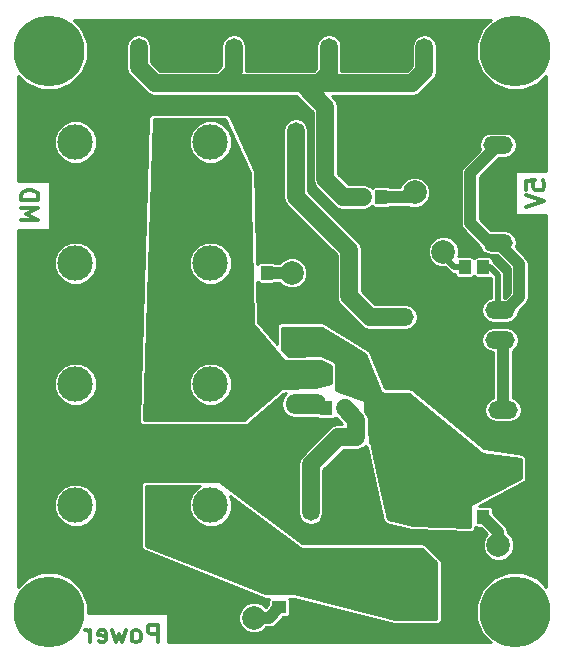
<source format=gbr>
G04 #@! TF.FileFunction,Copper,L2,Bot,Signal*
%FSLAX46Y46*%
G04 Gerber Fmt 4.6, Leading zero omitted, Abs format (unit mm)*
G04 Created by KiCad (PCBNEW 4.0.1-stable) date 2018/09/14 14:22:52*
%MOMM*%
G01*
G04 APERTURE LIST*
%ADD10C,0.100000*%
%ADD11C,0.300000*%
%ADD12O,1.500000X2.500000*%
%ADD13R,2.000000X2.000000*%
%ADD14C,2.000000*%
%ADD15O,2.500000X1.500000*%
%ADD16C,1.524000*%
%ADD17C,3.000000*%
%ADD18O,3.500120X1.699260*%
%ADD19R,1.000000X1.200000*%
%ADD20R,1.200000X1.000000*%
%ADD21O,3.800000X5.500000*%
%ADD22O,3.800000X5.300000*%
%ADD23C,6.000000*%
%ADD24C,1.000000*%
%ADD25C,0.500000*%
%ADD26C,1.500000*%
%ADD27C,0.250000*%
G04 APERTURE END LIST*
D10*
D11*
X162938571Y-87254287D02*
X162938571Y-86540001D01*
X163652857Y-86468572D01*
X163581429Y-86540001D01*
X163510000Y-86682858D01*
X163510000Y-87040001D01*
X163581429Y-87182858D01*
X163652857Y-87254287D01*
X163795714Y-87325715D01*
X164152857Y-87325715D01*
X164295714Y-87254287D01*
X164367143Y-87182858D01*
X164438571Y-87040001D01*
X164438571Y-86682858D01*
X164367143Y-86540001D01*
X164295714Y-86468572D01*
X162938571Y-87754286D02*
X164438571Y-88254286D01*
X162938571Y-88754286D01*
X120121429Y-89850000D02*
X121621429Y-89850000D01*
X120550000Y-89350000D01*
X121621429Y-88850000D01*
X120121429Y-88850000D01*
X120121429Y-88135714D02*
X121621429Y-88135714D01*
X121621429Y-87778571D01*
X121550000Y-87564286D01*
X121407143Y-87421428D01*
X121264286Y-87350000D01*
X120978571Y-87278571D01*
X120764286Y-87278571D01*
X120478571Y-87350000D01*
X120335714Y-87421428D01*
X120192857Y-87564286D01*
X120121429Y-87778571D01*
X120121429Y-88135714D01*
X131714285Y-125578571D02*
X131714285Y-124078571D01*
X131142857Y-124078571D01*
X130999999Y-124150000D01*
X130928571Y-124221429D01*
X130857142Y-124364286D01*
X130857142Y-124578571D01*
X130928571Y-124721429D01*
X130999999Y-124792857D01*
X131142857Y-124864286D01*
X131714285Y-124864286D01*
X129999999Y-125578571D02*
X130142857Y-125507143D01*
X130214285Y-125435714D01*
X130285714Y-125292857D01*
X130285714Y-124864286D01*
X130214285Y-124721429D01*
X130142857Y-124650000D01*
X129999999Y-124578571D01*
X129785714Y-124578571D01*
X129642857Y-124650000D01*
X129571428Y-124721429D01*
X129499999Y-124864286D01*
X129499999Y-125292857D01*
X129571428Y-125435714D01*
X129642857Y-125507143D01*
X129785714Y-125578571D01*
X129999999Y-125578571D01*
X128999999Y-124578571D02*
X128714285Y-125578571D01*
X128428571Y-124864286D01*
X128142856Y-125578571D01*
X127857142Y-124578571D01*
X126714285Y-125507143D02*
X126857142Y-125578571D01*
X127142856Y-125578571D01*
X127285713Y-125507143D01*
X127357142Y-125364286D01*
X127357142Y-124792857D01*
X127285713Y-124650000D01*
X127142856Y-124578571D01*
X126857142Y-124578571D01*
X126714285Y-124650000D01*
X126642856Y-124792857D01*
X126642856Y-124935714D01*
X127357142Y-125078571D01*
X125999999Y-125578571D02*
X125999999Y-124578571D01*
X125999999Y-124864286D02*
X125928571Y-124721429D01*
X125857142Y-124650000D01*
X125714285Y-124578571D01*
X125571428Y-124578571D01*
D12*
X154300000Y-75700000D03*
X151800000Y-75700000D03*
D13*
X137330000Y-123500000D03*
D14*
X139870000Y-123500000D03*
D13*
X163100000Y-117370000D03*
D14*
X160560000Y-117370000D03*
D13*
X145600000Y-94300000D03*
D14*
X143060000Y-94300000D03*
D13*
X156000000Y-87500000D03*
D14*
X153460000Y-87500000D03*
D13*
X153360000Y-92510000D03*
D14*
X155900000Y-92510000D03*
D12*
X144670000Y-114070000D03*
X147170000Y-114070000D03*
D15*
X160930000Y-105890000D03*
X160930000Y-108390000D03*
X160930000Y-110890000D03*
X152146000Y-98044000D03*
X152146000Y-100544000D03*
X152146000Y-103044000D03*
X152146000Y-105544000D03*
D16*
X133000000Y-105000000D03*
X127920000Y-105000000D03*
D17*
X136175000Y-103730000D03*
X124745000Y-103730000D03*
D16*
X133000000Y-115250000D03*
X127920000Y-115250000D03*
D17*
X136175000Y-113980000D03*
X124745000Y-113980000D03*
D15*
X160500000Y-83500000D03*
X160500000Y-81000000D03*
D12*
X146200000Y-75700000D03*
X143700000Y-75700000D03*
D16*
X133000000Y-94750000D03*
X127920000Y-94750000D03*
D17*
X136175000Y-93480000D03*
X124745000Y-93480000D03*
D15*
X160500000Y-91750000D03*
X160500000Y-89250000D03*
D16*
X133000000Y-84500000D03*
X127920000Y-84500000D03*
D17*
X136175000Y-83230000D03*
X124745000Y-83230000D03*
D18*
X144272000Y-102870000D03*
X144272000Y-105410000D03*
X144272000Y-100330000D03*
D19*
X150070000Y-108200000D03*
X148510000Y-108200000D03*
D20*
X142010000Y-121060000D03*
X142010000Y-122620000D03*
D19*
X157720000Y-114950000D03*
X159280000Y-114950000D03*
X139374000Y-94284000D03*
X140934000Y-94284000D03*
X149080000Y-87884000D03*
X150640000Y-87884000D03*
X159280000Y-93840000D03*
X157720000Y-93840000D03*
D21*
X153250000Y-120590000D03*
D22*
X153250000Y-112590000D03*
D15*
X160710000Y-99970000D03*
X160710000Y-97470000D03*
D12*
X138150000Y-75700000D03*
X135650000Y-75700000D03*
X130100000Y-75700000D03*
X127600000Y-75700000D03*
X143400000Y-82800000D03*
X145900000Y-82800000D03*
D19*
X145970000Y-105790000D03*
X147530000Y-105790000D03*
D23*
X162000000Y-123000000D03*
X162000000Y-75500000D03*
X122500000Y-123000000D03*
X122500000Y-75500000D03*
D24*
X147580000Y-113660000D02*
X147170000Y-114070000D01*
X139870000Y-123500000D02*
X141130000Y-123500000D01*
X141130000Y-123500000D02*
X142010000Y-122620000D01*
X160560000Y-117370000D02*
X160560000Y-116230000D01*
X160560000Y-116230000D02*
X159280000Y-114950000D01*
X143060000Y-94300000D02*
X140950000Y-94300000D01*
X140950000Y-94300000D02*
X140934000Y-94284000D01*
X150640000Y-87884000D02*
X153076000Y-87884000D01*
X153076000Y-87884000D02*
X153460000Y-87500000D01*
D25*
X155900000Y-92510000D02*
X155900000Y-92900000D01*
X155900000Y-92900000D02*
X156840000Y-93840000D01*
X156840000Y-93840000D02*
X157720000Y-93840000D01*
D24*
X160930000Y-105890000D02*
X160930000Y-100190000D01*
X160930000Y-100190000D02*
X160710000Y-99970000D01*
D26*
X143400000Y-82800000D02*
X143400000Y-87850000D01*
X149694000Y-98044000D02*
X152146000Y-98044000D01*
X147930000Y-96280000D02*
X149694000Y-98044000D01*
X147930000Y-92380000D02*
X147930000Y-96280000D01*
X143400000Y-87850000D02*
X147930000Y-92380000D01*
X148510000Y-108200000D02*
X148510000Y-106770000D01*
X148510000Y-106770000D02*
X147530000Y-105790000D01*
X144670000Y-114070000D02*
X144670000Y-110530000D01*
X147000000Y-108200000D02*
X148510000Y-108200000D01*
X144670000Y-110530000D02*
X147000000Y-108200000D01*
D25*
X159280000Y-93840000D02*
X159840000Y-93840000D01*
X160500000Y-94500000D02*
X160500000Y-97260000D01*
X159840000Y-93840000D02*
X160500000Y-94500000D01*
X160500000Y-97260000D02*
X160710000Y-97470000D01*
D24*
X160710000Y-97470000D02*
X161190000Y-97470000D01*
X161190000Y-97470000D02*
X162340000Y-96320000D01*
X162340000Y-96320000D02*
X162340000Y-93590000D01*
X162340000Y-93590000D02*
X160500000Y-91750000D01*
X160500000Y-91750000D02*
X159830000Y-91750000D01*
X159830000Y-91750000D02*
X158190000Y-90110000D01*
X158190000Y-85810000D02*
X160500000Y-83500000D01*
X158190000Y-90110000D02*
X158190000Y-85810000D01*
D26*
X145900000Y-82800000D02*
X145900000Y-86360000D01*
X147424000Y-87884000D02*
X149080000Y-87884000D01*
X145900000Y-86360000D02*
X147424000Y-87884000D01*
X145380000Y-78250000D02*
X153260000Y-78250000D01*
X154300000Y-77210000D02*
X154300000Y-75700000D01*
X153260000Y-78250000D02*
X154300000Y-77210000D01*
X143900000Y-78250000D02*
X145380000Y-78250000D01*
X146200000Y-77430000D02*
X146200000Y-75700000D01*
X145380000Y-78250000D02*
X146200000Y-77430000D01*
X145900000Y-82800000D02*
X145900000Y-80250000D01*
X143900000Y-78250000D02*
X137120000Y-78250000D01*
X145900000Y-80250000D02*
X143900000Y-78250000D01*
X138150000Y-75700000D02*
X138150000Y-77220000D01*
X131470000Y-78250000D02*
X130100000Y-76880000D01*
X137120000Y-78250000D02*
X131470000Y-78250000D01*
X138150000Y-77220000D02*
X137120000Y-78250000D01*
X130100000Y-76880000D02*
X130100000Y-75700000D01*
D24*
X145970000Y-105790000D02*
X144652000Y-105790000D01*
X144652000Y-105790000D02*
X144272000Y-105410000D01*
D27*
G36*
X139535229Y-85857664D02*
X139555004Y-88191059D01*
X139555021Y-88192288D01*
X139745021Y-98572288D01*
X139755758Y-98620731D01*
X139774941Y-98651171D01*
X142404941Y-101731171D01*
X142444010Y-101761759D01*
X142501229Y-101774994D01*
X145521359Y-101745288D01*
X146355475Y-102157862D01*
X146364405Y-103613524D01*
X145011401Y-103965676D01*
X142194704Y-104085112D01*
X142146533Y-104097012D01*
X142119123Y-104114691D01*
X138984112Y-106775000D01*
X130578949Y-106775000D01*
X130662419Y-104091422D01*
X134349684Y-104091422D01*
X134626938Y-104762429D01*
X135139871Y-105276258D01*
X135810392Y-105554683D01*
X136536422Y-105555316D01*
X137207429Y-105278062D01*
X137721258Y-104765129D01*
X137999683Y-104094608D01*
X138000316Y-103368578D01*
X137723062Y-102697571D01*
X137210129Y-102183742D01*
X136539608Y-101905317D01*
X135813578Y-101904684D01*
X135142571Y-102181938D01*
X134628742Y-102694871D01*
X134350317Y-103365392D01*
X134349684Y-104091422D01*
X130662419Y-104091422D01*
X130981237Y-93841422D01*
X134349684Y-93841422D01*
X134626938Y-94512429D01*
X135139871Y-95026258D01*
X135810392Y-95304683D01*
X136536422Y-95305316D01*
X137207429Y-95028062D01*
X137721258Y-94515129D01*
X137999683Y-93844608D01*
X138000316Y-93118578D01*
X137723062Y-92447571D01*
X137210129Y-91933742D01*
X136539608Y-91655317D01*
X135813578Y-91654684D01*
X135142571Y-91931938D01*
X134628742Y-92444871D01*
X134350317Y-93115392D01*
X134349684Y-93841422D01*
X130981237Y-93841422D01*
X131300055Y-83591422D01*
X134349684Y-83591422D01*
X134626938Y-84262429D01*
X135139871Y-84776258D01*
X135810392Y-85054683D01*
X136536422Y-85055316D01*
X137207429Y-84778062D01*
X137721258Y-84265129D01*
X137999683Y-83594608D01*
X138000316Y-82868578D01*
X137723062Y-82197571D01*
X137210129Y-81683742D01*
X136539608Y-81405317D01*
X135813578Y-81404684D01*
X135142571Y-81681938D01*
X134628742Y-82194871D01*
X134350317Y-82865392D01*
X134349684Y-83591422D01*
X131300055Y-83591422D01*
X131371185Y-81304614D01*
X137449742Y-81285256D01*
X139535229Y-85857664D01*
X139535229Y-85857664D01*
G37*
X139535229Y-85857664D02*
X139555004Y-88191059D01*
X139555021Y-88192288D01*
X139745021Y-98572288D01*
X139755758Y-98620731D01*
X139774941Y-98651171D01*
X142404941Y-101731171D01*
X142444010Y-101761759D01*
X142501229Y-101774994D01*
X145521359Y-101745288D01*
X146355475Y-102157862D01*
X146364405Y-103613524D01*
X145011401Y-103965676D01*
X142194704Y-104085112D01*
X142146533Y-104097012D01*
X142119123Y-104114691D01*
X138984112Y-106775000D01*
X130578949Y-106775000D01*
X130662419Y-104091422D01*
X134349684Y-104091422D01*
X134626938Y-104762429D01*
X135139871Y-105276258D01*
X135810392Y-105554683D01*
X136536422Y-105555316D01*
X137207429Y-105278062D01*
X137721258Y-104765129D01*
X137999683Y-104094608D01*
X138000316Y-103368578D01*
X137723062Y-102697571D01*
X137210129Y-102183742D01*
X136539608Y-101905317D01*
X135813578Y-101904684D01*
X135142571Y-102181938D01*
X134628742Y-102694871D01*
X134350317Y-103365392D01*
X134349684Y-104091422D01*
X130662419Y-104091422D01*
X130981237Y-93841422D01*
X134349684Y-93841422D01*
X134626938Y-94512429D01*
X135139871Y-95026258D01*
X135810392Y-95304683D01*
X136536422Y-95305316D01*
X137207429Y-95028062D01*
X137721258Y-94515129D01*
X137999683Y-93844608D01*
X138000316Y-93118578D01*
X137723062Y-92447571D01*
X137210129Y-91933742D01*
X136539608Y-91655317D01*
X135813578Y-91654684D01*
X135142571Y-91931938D01*
X134628742Y-92444871D01*
X134350317Y-93115392D01*
X134349684Y-93841422D01*
X130981237Y-93841422D01*
X131300055Y-83591422D01*
X134349684Y-83591422D01*
X134626938Y-84262429D01*
X135139871Y-84776258D01*
X135810392Y-85054683D01*
X136536422Y-85055316D01*
X137207429Y-84778062D01*
X137721258Y-84265129D01*
X137999683Y-83594608D01*
X138000316Y-82868578D01*
X137723062Y-82197571D01*
X137210129Y-81683742D01*
X136539608Y-81405317D01*
X135813578Y-81404684D01*
X135142571Y-81681938D01*
X134628742Y-82194871D01*
X134350317Y-82865392D01*
X134349684Y-83591422D01*
X131300055Y-83591422D01*
X131371185Y-81304614D01*
X137449742Y-81285256D01*
X139535229Y-85857664D01*
G36*
X159182845Y-73614079D02*
X158675578Y-74835715D01*
X158674424Y-76158482D01*
X159179558Y-77381001D01*
X160114079Y-78317155D01*
X161335715Y-78824422D01*
X162658482Y-78825576D01*
X163881001Y-78320442D01*
X164600000Y-77602697D01*
X164600000Y-85707857D01*
X161935000Y-85707857D01*
X161935000Y-89372142D01*
X164600000Y-89372142D01*
X164600000Y-120898172D01*
X163885921Y-120182845D01*
X162664285Y-119675578D01*
X161341518Y-119674424D01*
X160118999Y-120179558D01*
X159182845Y-121114079D01*
X158675578Y-122335715D01*
X158674424Y-123658482D01*
X159179558Y-124881001D01*
X159897303Y-125600000D01*
X132546429Y-125600000D01*
X132546429Y-123075000D01*
X125824936Y-123075000D01*
X125825576Y-122341518D01*
X125320442Y-121118999D01*
X124385921Y-120182845D01*
X123164285Y-119675578D01*
X121841518Y-119674424D01*
X120618999Y-120179558D01*
X119900000Y-120897303D01*
X119900000Y-114341422D01*
X122919684Y-114341422D01*
X123196938Y-115012429D01*
X123709871Y-115526258D01*
X124380392Y-115804683D01*
X125106422Y-115805316D01*
X125777429Y-115528062D01*
X126291258Y-115015129D01*
X126569683Y-114344608D01*
X126570316Y-113618578D01*
X126293062Y-112947571D01*
X125780129Y-112433742D01*
X125289465Y-112230000D01*
X130295000Y-112230000D01*
X130295000Y-117490000D01*
X130319348Y-117613425D01*
X130391055Y-117720671D01*
X130498836Y-117791570D01*
X140628836Y-121861570D01*
X140748705Y-121884997D01*
X141176060Y-121886700D01*
X141104740Y-121991080D01*
X141078633Y-122120000D01*
X141078633Y-122384641D01*
X140853513Y-122609761D01*
X140621532Y-122377375D01*
X140134715Y-122175231D01*
X139607598Y-122174771D01*
X139120428Y-122376065D01*
X138747375Y-122748468D01*
X138545231Y-123235285D01*
X138544771Y-123762402D01*
X138746065Y-124249572D01*
X139118468Y-124622625D01*
X139605285Y-124824769D01*
X140132402Y-124825229D01*
X140619572Y-124623935D01*
X140919029Y-124325000D01*
X141130000Y-124325000D01*
X141445714Y-124262201D01*
X141713363Y-124083363D01*
X142345359Y-123451367D01*
X142610000Y-123451367D01*
X142730438Y-123428705D01*
X142841053Y-123357526D01*
X142915260Y-123248920D01*
X142941367Y-123120000D01*
X142941367Y-122120000D01*
X142918705Y-121999562D01*
X142850372Y-121893370D01*
X143218669Y-121894837D01*
X151709873Y-124054968D01*
X151789107Y-124064999D01*
X155429107Y-124074999D01*
X155548124Y-124052774D01*
X155656613Y-123982963D01*
X155729395Y-123876443D01*
X155755000Y-123750000D01*
X155755000Y-118750000D01*
X155726069Y-118615954D01*
X155650591Y-118511328D01*
X154330591Y-117291328D01*
X154236151Y-117230482D01*
X154109683Y-117205000D01*
X143967342Y-117214895D01*
X136903772Y-111969083D01*
X136836443Y-111930605D01*
X136710000Y-111905000D01*
X130620000Y-111905000D01*
X130501876Y-111927226D01*
X130393387Y-111997037D01*
X130320605Y-112103557D01*
X130295000Y-112230000D01*
X125289465Y-112230000D01*
X125109608Y-112155317D01*
X124383578Y-112154684D01*
X123712571Y-112431938D01*
X123198742Y-112944871D01*
X122920317Y-113615392D01*
X122919684Y-114341422D01*
X119900000Y-114341422D01*
X119900000Y-106889896D01*
X130125157Y-106889896D01*
X130147226Y-107018124D01*
X130217037Y-107126613D01*
X130323557Y-107199395D01*
X130450000Y-107225000D01*
X139030000Y-107225000D01*
X139127305Y-107210092D01*
X139240281Y-107147804D01*
X142325224Y-104529982D01*
X142591182Y-104518705D01*
X142500328Y-104579411D01*
X142245700Y-104960489D01*
X142156287Y-105410000D01*
X142245700Y-105859511D01*
X142500328Y-106240589D01*
X142881406Y-106495217D01*
X143330917Y-106584630D01*
X144499319Y-106584630D01*
X144652000Y-106615000D01*
X145228579Y-106615000D01*
X145232474Y-106621053D01*
X145341080Y-106695260D01*
X145470000Y-106721367D01*
X146470000Y-106721367D01*
X146590438Y-106698705D01*
X146701053Y-106627526D01*
X146750279Y-106555481D01*
X146792474Y-106621053D01*
X146901080Y-106695260D01*
X146918510Y-106698790D01*
X147344720Y-107125000D01*
X147000005Y-107125000D01*
X147000000Y-107124999D01*
X146588616Y-107206829D01*
X146239860Y-107439860D01*
X143909860Y-109769860D01*
X143676830Y-110118615D01*
X143595000Y-110530000D01*
X143595000Y-114600856D01*
X143676830Y-115012241D01*
X143909860Y-115360996D01*
X144258615Y-115594026D01*
X144670000Y-115675856D01*
X145081385Y-115594026D01*
X145430140Y-115360996D01*
X145663170Y-115012241D01*
X145745000Y-114600856D01*
X145745000Y-110975280D01*
X147445280Y-109275000D01*
X148510000Y-109275000D01*
X148921385Y-109193170D01*
X149015401Y-109130351D01*
X149130438Y-109108705D01*
X149241053Y-109037526D01*
X149290279Y-108965481D01*
X149332474Y-109031053D01*
X149406921Y-109081920D01*
X150812999Y-115301663D01*
X150851711Y-115397870D01*
X150938947Y-115492914D01*
X151056287Y-115546530D01*
X153246287Y-116056530D01*
X153305541Y-116064678D01*
X158245541Y-116284678D01*
X158378124Y-116262774D01*
X158486613Y-116192963D01*
X158559395Y-116086443D01*
X158585000Y-115960000D01*
X158585000Y-115810110D01*
X158651080Y-115855260D01*
X158780000Y-115881367D01*
X159044641Y-115881367D01*
X159609709Y-116446435D01*
X159437375Y-116618468D01*
X159235231Y-117105285D01*
X159234771Y-117632402D01*
X159436065Y-118119572D01*
X159808468Y-118492625D01*
X160295285Y-118694769D01*
X160822402Y-118695229D01*
X161309572Y-118493935D01*
X161682625Y-118121532D01*
X161884769Y-117634715D01*
X161885229Y-117107598D01*
X161683935Y-116620428D01*
X161385000Y-116320971D01*
X161385000Y-116230000D01*
X161322201Y-115914286D01*
X161143363Y-115646637D01*
X160111367Y-114614641D01*
X160111367Y-114350000D01*
X160088705Y-114229562D01*
X160017526Y-114118947D01*
X159908920Y-114044740D01*
X159780000Y-114018633D01*
X158876357Y-114018633D01*
X162708562Y-112049058D01*
X162786613Y-111992963D01*
X162859395Y-111886443D01*
X162885000Y-111760000D01*
X162885000Y-109982000D01*
X162876811Y-109909502D01*
X162823645Y-109791957D01*
X162728936Y-109704357D01*
X162607608Y-109660506D01*
X159307726Y-109171851D01*
X153267778Y-104150094D01*
X153186443Y-104100605D01*
X153060000Y-104075000D01*
X150985600Y-104075000D01*
X149689428Y-101003636D01*
X149655133Y-100942038D01*
X149561116Y-100853695D01*
X148134198Y-99970000D01*
X159104144Y-99970000D01*
X159185974Y-100381385D01*
X159419004Y-100730140D01*
X159767759Y-100963170D01*
X160105000Y-101030252D01*
X160105000Y-104873509D01*
X159987759Y-104896830D01*
X159639004Y-105129860D01*
X159405974Y-105478615D01*
X159324144Y-105890000D01*
X159405974Y-106301385D01*
X159639004Y-106650140D01*
X159987759Y-106883170D01*
X160399144Y-106965000D01*
X161460856Y-106965000D01*
X161872241Y-106883170D01*
X162220996Y-106650140D01*
X162454026Y-106301385D01*
X162535856Y-105890000D01*
X162454026Y-105478615D01*
X162220996Y-105129860D01*
X161872241Y-104896830D01*
X161755000Y-104873509D01*
X161755000Y-100894509D01*
X162000996Y-100730140D01*
X162234026Y-100381385D01*
X162315856Y-99970000D01*
X162234026Y-99558615D01*
X162000996Y-99209860D01*
X161652241Y-98976830D01*
X161240856Y-98895000D01*
X160179144Y-98895000D01*
X159767759Y-98976830D01*
X159419004Y-99209860D01*
X159185974Y-99558615D01*
X159104144Y-99970000D01*
X148134198Y-99970000D01*
X145831116Y-98543695D01*
X145660000Y-98495000D01*
X142140000Y-98495000D01*
X142021876Y-98517226D01*
X141913387Y-98587037D01*
X141840605Y-98693557D01*
X141815000Y-98820000D01*
X141815000Y-100347308D01*
X140192814Y-98447561D01*
X140131231Y-95083212D01*
X140154279Y-95049481D01*
X140196474Y-95115053D01*
X140305080Y-95189260D01*
X140434000Y-95215367D01*
X141434000Y-95215367D01*
X141554438Y-95192705D01*
X141659654Y-95125000D01*
X142011362Y-95125000D01*
X142308468Y-95422625D01*
X142795285Y-95624769D01*
X143322402Y-95625229D01*
X143809572Y-95423935D01*
X144182625Y-95051532D01*
X144384769Y-94564715D01*
X144385229Y-94037598D01*
X144183935Y-93550428D01*
X143811532Y-93177375D01*
X143324715Y-92975231D01*
X142797598Y-92974771D01*
X142310428Y-93176065D01*
X142010971Y-93475000D01*
X141685717Y-93475000D01*
X141671526Y-93452947D01*
X141562920Y-93378740D01*
X141434000Y-93352633D01*
X140434000Y-93352633D01*
X140313562Y-93375295D01*
X140202947Y-93446474D01*
X140153721Y-93518519D01*
X140111526Y-93452947D01*
X140101262Y-93445934D01*
X140004974Y-88185571D01*
X139984988Y-85827246D01*
X139955695Y-85695133D01*
X138393092Y-82269144D01*
X142325000Y-82269144D01*
X142325000Y-87850000D01*
X142406830Y-88261385D01*
X142544460Y-88467363D01*
X142639860Y-88610140D01*
X146855000Y-92825279D01*
X146855000Y-96280000D01*
X146936830Y-96691385D01*
X147045094Y-96853414D01*
X147169860Y-97040140D01*
X148933860Y-98804140D01*
X149282616Y-99037171D01*
X149694000Y-99119000D01*
X152676856Y-99119000D01*
X153088241Y-99037170D01*
X153436996Y-98804140D01*
X153670026Y-98455385D01*
X153751856Y-98044000D01*
X153670026Y-97632615D01*
X153436996Y-97283860D01*
X153088241Y-97050830D01*
X152676856Y-96969000D01*
X150139280Y-96969000D01*
X149005000Y-95834720D01*
X149005000Y-92772402D01*
X154574771Y-92772402D01*
X154776065Y-93259572D01*
X155148468Y-93632625D01*
X155635285Y-93834769D01*
X156021934Y-93835106D01*
X156433414Y-94246587D01*
X156619957Y-94371231D01*
X156840000Y-94415000D01*
X156888633Y-94415000D01*
X156888633Y-94440000D01*
X156911295Y-94560438D01*
X156982474Y-94671053D01*
X157091080Y-94745260D01*
X157220000Y-94771367D01*
X158220000Y-94771367D01*
X158340438Y-94748705D01*
X158451053Y-94677526D01*
X158500279Y-94605481D01*
X158542474Y-94671053D01*
X158651080Y-94745260D01*
X158780000Y-94771367D01*
X159780000Y-94771367D01*
X159900438Y-94748705D01*
X159921792Y-94734964D01*
X159925000Y-94738172D01*
X159925000Y-96445553D01*
X159767759Y-96476830D01*
X159419004Y-96709860D01*
X159185974Y-97058615D01*
X159104144Y-97470000D01*
X159185974Y-97881385D01*
X159419004Y-98230140D01*
X159767759Y-98463170D01*
X160179144Y-98545000D01*
X161240856Y-98545000D01*
X161652241Y-98463170D01*
X162000996Y-98230140D01*
X162234026Y-97881385D01*
X162305708Y-97521018D01*
X162923363Y-96903363D01*
X163102201Y-96635714D01*
X163165000Y-96320000D01*
X163165000Y-93590000D01*
X163102201Y-93274286D01*
X162923363Y-93006637D01*
X162032999Y-92116273D01*
X162105856Y-91750000D01*
X162024026Y-91338615D01*
X161790996Y-90989860D01*
X161442241Y-90756830D01*
X161030856Y-90675000D01*
X159969144Y-90675000D01*
X159929593Y-90682867D01*
X159015000Y-89768274D01*
X159015000Y-86151726D01*
X160591726Y-84575000D01*
X161030856Y-84575000D01*
X161442241Y-84493170D01*
X161790996Y-84260140D01*
X162024026Y-83911385D01*
X162105856Y-83500000D01*
X162024026Y-83088615D01*
X161790996Y-82739860D01*
X161442241Y-82506830D01*
X161030856Y-82425000D01*
X159969144Y-82425000D01*
X159557759Y-82506830D01*
X159209004Y-82739860D01*
X158975974Y-83088615D01*
X158894144Y-83500000D01*
X158967001Y-83866273D01*
X157606637Y-85226637D01*
X157427799Y-85494286D01*
X157365000Y-85810000D01*
X157365000Y-90110000D01*
X157427799Y-90425714D01*
X157606637Y-90693363D01*
X158951470Y-92038196D01*
X158975974Y-92161385D01*
X159209004Y-92510140D01*
X159557759Y-92743170D01*
X159969144Y-92825000D01*
X160408274Y-92825000D01*
X161515000Y-93931726D01*
X161515000Y-95978274D01*
X161098274Y-96395000D01*
X161075000Y-96395000D01*
X161075000Y-94500000D01*
X161031231Y-94279957D01*
X160906586Y-94093414D01*
X160246586Y-93433414D01*
X160111367Y-93343063D01*
X160111367Y-93240000D01*
X160088705Y-93119562D01*
X160017526Y-93008947D01*
X159908920Y-92934740D01*
X159780000Y-92908633D01*
X158780000Y-92908633D01*
X158659562Y-92931295D01*
X158548947Y-93002474D01*
X158499721Y-93074519D01*
X158457526Y-93008947D01*
X158348920Y-92934740D01*
X158220000Y-92908633D01*
X157220000Y-92908633D01*
X157164853Y-92919010D01*
X157224769Y-92774715D01*
X157225229Y-92247598D01*
X157023935Y-91760428D01*
X156651532Y-91387375D01*
X156164715Y-91185231D01*
X155637598Y-91184771D01*
X155150428Y-91386065D01*
X154777375Y-91758468D01*
X154575231Y-92245285D01*
X154574771Y-92772402D01*
X149005000Y-92772402D01*
X149005000Y-92380000D01*
X148923170Y-91968615D01*
X148690140Y-91619860D01*
X148690137Y-91619858D01*
X144475000Y-87404720D01*
X144475000Y-82269144D01*
X144393170Y-81857759D01*
X144160140Y-81509004D01*
X143811385Y-81275974D01*
X143400000Y-81194144D01*
X142988615Y-81275974D01*
X142639860Y-81509004D01*
X142406830Y-81857759D01*
X142325000Y-82269144D01*
X138393092Y-82269144D01*
X137825695Y-81025133D01*
X137762240Y-80932646D01*
X137655489Y-80860204D01*
X137528965Y-80835002D01*
X131248965Y-80855002D01*
X131141346Y-80873700D01*
X131030739Y-80940105D01*
X130954681Y-81044310D01*
X130925157Y-81169896D01*
X130125157Y-106889896D01*
X119900000Y-106889896D01*
X119900000Y-104091422D01*
X122919684Y-104091422D01*
X123196938Y-104762429D01*
X123709871Y-105276258D01*
X124380392Y-105554683D01*
X125106422Y-105555316D01*
X125777429Y-105278062D01*
X126291258Y-104765129D01*
X126569683Y-104094608D01*
X126570316Y-103368578D01*
X126293062Y-102697571D01*
X125780129Y-102183742D01*
X125109608Y-101905317D01*
X124383578Y-101904684D01*
X123712571Y-102181938D01*
X123198742Y-102694871D01*
X122920317Y-103365392D01*
X122919684Y-104091422D01*
X119900000Y-104091422D01*
X119900000Y-93841422D01*
X122919684Y-93841422D01*
X123196938Y-94512429D01*
X123709871Y-95026258D01*
X124380392Y-95304683D01*
X125106422Y-95305316D01*
X125777429Y-95028062D01*
X126291258Y-94515129D01*
X126569683Y-93844608D01*
X126570316Y-93118578D01*
X126293062Y-92447571D01*
X125780129Y-91933742D01*
X125109608Y-91655317D01*
X124383578Y-91654684D01*
X123712571Y-91931938D01*
X123198742Y-92444871D01*
X122920317Y-93115392D01*
X122919684Y-93841422D01*
X119900000Y-93841422D01*
X119900000Y-90682143D01*
X122625000Y-90682143D01*
X122625000Y-86517857D01*
X119900000Y-86517857D01*
X119900000Y-83591422D01*
X122919684Y-83591422D01*
X123196938Y-84262429D01*
X123709871Y-84776258D01*
X124380392Y-85054683D01*
X125106422Y-85055316D01*
X125777429Y-84778062D01*
X126291258Y-84265129D01*
X126569683Y-83594608D01*
X126570316Y-82868578D01*
X126293062Y-82197571D01*
X125780129Y-81683742D01*
X125109608Y-81405317D01*
X124383578Y-81404684D01*
X123712571Y-81681938D01*
X123198742Y-82194871D01*
X122920317Y-82865392D01*
X122919684Y-83591422D01*
X119900000Y-83591422D01*
X119900000Y-77601828D01*
X120614079Y-78317155D01*
X121835715Y-78824422D01*
X123158482Y-78825576D01*
X124381001Y-78320442D01*
X125317155Y-77385921D01*
X125824422Y-76164285D01*
X125825290Y-75169144D01*
X129025000Y-75169144D01*
X129025000Y-76880000D01*
X129106830Y-77291385D01*
X129239447Y-77489861D01*
X129339860Y-77640140D01*
X130709858Y-79010137D01*
X130709860Y-79010140D01*
X130942891Y-79165846D01*
X131058616Y-79243171D01*
X131470000Y-79325001D01*
X131470005Y-79325000D01*
X143454720Y-79325000D01*
X144825000Y-80695280D01*
X144825000Y-86360000D01*
X144906830Y-86771385D01*
X145003884Y-86916637D01*
X145139860Y-87120140D01*
X146663858Y-88644137D01*
X146663860Y-88644140D01*
X147012615Y-88877170D01*
X147424000Y-88959000D01*
X149080000Y-88959000D01*
X149491385Y-88877170D01*
X149585401Y-88814351D01*
X149700438Y-88792705D01*
X149811053Y-88721526D01*
X149860279Y-88649481D01*
X149902474Y-88715053D01*
X150011080Y-88789260D01*
X150140000Y-88815367D01*
X151140000Y-88815367D01*
X151260438Y-88792705D01*
X151371053Y-88721526D01*
X151379612Y-88709000D01*
X152916482Y-88709000D01*
X153195285Y-88824769D01*
X153722402Y-88825229D01*
X154209572Y-88623935D01*
X154582625Y-88251532D01*
X154784769Y-87764715D01*
X154785229Y-87237598D01*
X154583935Y-86750428D01*
X154211532Y-86377375D01*
X153724715Y-86175231D01*
X153197598Y-86174771D01*
X152710428Y-86376065D01*
X152337375Y-86748468D01*
X152208431Y-87059000D01*
X151381421Y-87059000D01*
X151377526Y-87052947D01*
X151268920Y-86978740D01*
X151140000Y-86952633D01*
X150140000Y-86952633D01*
X150019562Y-86975295D01*
X149908947Y-87046474D01*
X149859721Y-87118519D01*
X149817526Y-87052947D01*
X149708920Y-86978740D01*
X149585567Y-86953760D01*
X149491385Y-86890830D01*
X149080000Y-86809000D01*
X147869279Y-86809000D01*
X146975000Y-85914720D01*
X146975000Y-80250000D01*
X146893170Y-79838615D01*
X146660140Y-79489860D01*
X146495280Y-79325000D01*
X153260000Y-79325000D01*
X153671385Y-79243170D01*
X154020140Y-79010140D01*
X155060140Y-77970140D01*
X155286488Y-77631385D01*
X155293170Y-77621385D01*
X155375000Y-77210000D01*
X155375000Y-75169144D01*
X155293170Y-74757759D01*
X155060140Y-74409004D01*
X154711385Y-74175974D01*
X154300000Y-74094144D01*
X153888615Y-74175974D01*
X153539860Y-74409004D01*
X153306830Y-74757759D01*
X153225000Y-75169144D01*
X153225000Y-76764720D01*
X152814720Y-77175000D01*
X147275000Y-77175000D01*
X147275000Y-75169144D01*
X147193170Y-74757759D01*
X146960140Y-74409004D01*
X146611385Y-74175974D01*
X146200000Y-74094144D01*
X145788615Y-74175974D01*
X145439860Y-74409004D01*
X145206830Y-74757759D01*
X145125000Y-75169144D01*
X145125000Y-76984720D01*
X144934720Y-77175000D01*
X139225000Y-77175000D01*
X139225000Y-75169144D01*
X139143170Y-74757759D01*
X138910140Y-74409004D01*
X138561385Y-74175974D01*
X138150000Y-74094144D01*
X137738615Y-74175974D01*
X137389860Y-74409004D01*
X137156830Y-74757759D01*
X137075000Y-75169144D01*
X137075000Y-76774720D01*
X136674720Y-77175000D01*
X131915279Y-77175000D01*
X131175000Y-76434720D01*
X131175000Y-75169144D01*
X131093170Y-74757759D01*
X130860140Y-74409004D01*
X130511385Y-74175974D01*
X130100000Y-74094144D01*
X129688615Y-74175974D01*
X129339860Y-74409004D01*
X129106830Y-74757759D01*
X129025000Y-75169144D01*
X125825290Y-75169144D01*
X125825576Y-74841518D01*
X125320442Y-73618999D01*
X124602697Y-72900000D01*
X159898172Y-72900000D01*
X159182845Y-73614079D01*
X159182845Y-73614079D01*
G37*
X159182845Y-73614079D02*
X158675578Y-74835715D01*
X158674424Y-76158482D01*
X159179558Y-77381001D01*
X160114079Y-78317155D01*
X161335715Y-78824422D01*
X162658482Y-78825576D01*
X163881001Y-78320442D01*
X164600000Y-77602697D01*
X164600000Y-85707857D01*
X161935000Y-85707857D01*
X161935000Y-89372142D01*
X164600000Y-89372142D01*
X164600000Y-120898172D01*
X163885921Y-120182845D01*
X162664285Y-119675578D01*
X161341518Y-119674424D01*
X160118999Y-120179558D01*
X159182845Y-121114079D01*
X158675578Y-122335715D01*
X158674424Y-123658482D01*
X159179558Y-124881001D01*
X159897303Y-125600000D01*
X132546429Y-125600000D01*
X132546429Y-123075000D01*
X125824936Y-123075000D01*
X125825576Y-122341518D01*
X125320442Y-121118999D01*
X124385921Y-120182845D01*
X123164285Y-119675578D01*
X121841518Y-119674424D01*
X120618999Y-120179558D01*
X119900000Y-120897303D01*
X119900000Y-114341422D01*
X122919684Y-114341422D01*
X123196938Y-115012429D01*
X123709871Y-115526258D01*
X124380392Y-115804683D01*
X125106422Y-115805316D01*
X125777429Y-115528062D01*
X126291258Y-115015129D01*
X126569683Y-114344608D01*
X126570316Y-113618578D01*
X126293062Y-112947571D01*
X125780129Y-112433742D01*
X125289465Y-112230000D01*
X130295000Y-112230000D01*
X130295000Y-117490000D01*
X130319348Y-117613425D01*
X130391055Y-117720671D01*
X130498836Y-117791570D01*
X140628836Y-121861570D01*
X140748705Y-121884997D01*
X141176060Y-121886700D01*
X141104740Y-121991080D01*
X141078633Y-122120000D01*
X141078633Y-122384641D01*
X140853513Y-122609761D01*
X140621532Y-122377375D01*
X140134715Y-122175231D01*
X139607598Y-122174771D01*
X139120428Y-122376065D01*
X138747375Y-122748468D01*
X138545231Y-123235285D01*
X138544771Y-123762402D01*
X138746065Y-124249572D01*
X139118468Y-124622625D01*
X139605285Y-124824769D01*
X140132402Y-124825229D01*
X140619572Y-124623935D01*
X140919029Y-124325000D01*
X141130000Y-124325000D01*
X141445714Y-124262201D01*
X141713363Y-124083363D01*
X142345359Y-123451367D01*
X142610000Y-123451367D01*
X142730438Y-123428705D01*
X142841053Y-123357526D01*
X142915260Y-123248920D01*
X142941367Y-123120000D01*
X142941367Y-122120000D01*
X142918705Y-121999562D01*
X142850372Y-121893370D01*
X143218669Y-121894837D01*
X151709873Y-124054968D01*
X151789107Y-124064999D01*
X155429107Y-124074999D01*
X155548124Y-124052774D01*
X155656613Y-123982963D01*
X155729395Y-123876443D01*
X155755000Y-123750000D01*
X155755000Y-118750000D01*
X155726069Y-118615954D01*
X155650591Y-118511328D01*
X154330591Y-117291328D01*
X154236151Y-117230482D01*
X154109683Y-117205000D01*
X143967342Y-117214895D01*
X136903772Y-111969083D01*
X136836443Y-111930605D01*
X136710000Y-111905000D01*
X130620000Y-111905000D01*
X130501876Y-111927226D01*
X130393387Y-111997037D01*
X130320605Y-112103557D01*
X130295000Y-112230000D01*
X125289465Y-112230000D01*
X125109608Y-112155317D01*
X124383578Y-112154684D01*
X123712571Y-112431938D01*
X123198742Y-112944871D01*
X122920317Y-113615392D01*
X122919684Y-114341422D01*
X119900000Y-114341422D01*
X119900000Y-106889896D01*
X130125157Y-106889896D01*
X130147226Y-107018124D01*
X130217037Y-107126613D01*
X130323557Y-107199395D01*
X130450000Y-107225000D01*
X139030000Y-107225000D01*
X139127305Y-107210092D01*
X139240281Y-107147804D01*
X142325224Y-104529982D01*
X142591182Y-104518705D01*
X142500328Y-104579411D01*
X142245700Y-104960489D01*
X142156287Y-105410000D01*
X142245700Y-105859511D01*
X142500328Y-106240589D01*
X142881406Y-106495217D01*
X143330917Y-106584630D01*
X144499319Y-106584630D01*
X144652000Y-106615000D01*
X145228579Y-106615000D01*
X145232474Y-106621053D01*
X145341080Y-106695260D01*
X145470000Y-106721367D01*
X146470000Y-106721367D01*
X146590438Y-106698705D01*
X146701053Y-106627526D01*
X146750279Y-106555481D01*
X146792474Y-106621053D01*
X146901080Y-106695260D01*
X146918510Y-106698790D01*
X147344720Y-107125000D01*
X147000005Y-107125000D01*
X147000000Y-107124999D01*
X146588616Y-107206829D01*
X146239860Y-107439860D01*
X143909860Y-109769860D01*
X143676830Y-110118615D01*
X143595000Y-110530000D01*
X143595000Y-114600856D01*
X143676830Y-115012241D01*
X143909860Y-115360996D01*
X144258615Y-115594026D01*
X144670000Y-115675856D01*
X145081385Y-115594026D01*
X145430140Y-115360996D01*
X145663170Y-115012241D01*
X145745000Y-114600856D01*
X145745000Y-110975280D01*
X147445280Y-109275000D01*
X148510000Y-109275000D01*
X148921385Y-109193170D01*
X149015401Y-109130351D01*
X149130438Y-109108705D01*
X149241053Y-109037526D01*
X149290279Y-108965481D01*
X149332474Y-109031053D01*
X149406921Y-109081920D01*
X150812999Y-115301663D01*
X150851711Y-115397870D01*
X150938947Y-115492914D01*
X151056287Y-115546530D01*
X153246287Y-116056530D01*
X153305541Y-116064678D01*
X158245541Y-116284678D01*
X158378124Y-116262774D01*
X158486613Y-116192963D01*
X158559395Y-116086443D01*
X158585000Y-115960000D01*
X158585000Y-115810110D01*
X158651080Y-115855260D01*
X158780000Y-115881367D01*
X159044641Y-115881367D01*
X159609709Y-116446435D01*
X159437375Y-116618468D01*
X159235231Y-117105285D01*
X159234771Y-117632402D01*
X159436065Y-118119572D01*
X159808468Y-118492625D01*
X160295285Y-118694769D01*
X160822402Y-118695229D01*
X161309572Y-118493935D01*
X161682625Y-118121532D01*
X161884769Y-117634715D01*
X161885229Y-117107598D01*
X161683935Y-116620428D01*
X161385000Y-116320971D01*
X161385000Y-116230000D01*
X161322201Y-115914286D01*
X161143363Y-115646637D01*
X160111367Y-114614641D01*
X160111367Y-114350000D01*
X160088705Y-114229562D01*
X160017526Y-114118947D01*
X159908920Y-114044740D01*
X159780000Y-114018633D01*
X158876357Y-114018633D01*
X162708562Y-112049058D01*
X162786613Y-111992963D01*
X162859395Y-111886443D01*
X162885000Y-111760000D01*
X162885000Y-109982000D01*
X162876811Y-109909502D01*
X162823645Y-109791957D01*
X162728936Y-109704357D01*
X162607608Y-109660506D01*
X159307726Y-109171851D01*
X153267778Y-104150094D01*
X153186443Y-104100605D01*
X153060000Y-104075000D01*
X150985600Y-104075000D01*
X149689428Y-101003636D01*
X149655133Y-100942038D01*
X149561116Y-100853695D01*
X148134198Y-99970000D01*
X159104144Y-99970000D01*
X159185974Y-100381385D01*
X159419004Y-100730140D01*
X159767759Y-100963170D01*
X160105000Y-101030252D01*
X160105000Y-104873509D01*
X159987759Y-104896830D01*
X159639004Y-105129860D01*
X159405974Y-105478615D01*
X159324144Y-105890000D01*
X159405974Y-106301385D01*
X159639004Y-106650140D01*
X159987759Y-106883170D01*
X160399144Y-106965000D01*
X161460856Y-106965000D01*
X161872241Y-106883170D01*
X162220996Y-106650140D01*
X162454026Y-106301385D01*
X162535856Y-105890000D01*
X162454026Y-105478615D01*
X162220996Y-105129860D01*
X161872241Y-104896830D01*
X161755000Y-104873509D01*
X161755000Y-100894509D01*
X162000996Y-100730140D01*
X162234026Y-100381385D01*
X162315856Y-99970000D01*
X162234026Y-99558615D01*
X162000996Y-99209860D01*
X161652241Y-98976830D01*
X161240856Y-98895000D01*
X160179144Y-98895000D01*
X159767759Y-98976830D01*
X159419004Y-99209860D01*
X159185974Y-99558615D01*
X159104144Y-99970000D01*
X148134198Y-99970000D01*
X145831116Y-98543695D01*
X145660000Y-98495000D01*
X142140000Y-98495000D01*
X142021876Y-98517226D01*
X141913387Y-98587037D01*
X141840605Y-98693557D01*
X141815000Y-98820000D01*
X141815000Y-100347308D01*
X140192814Y-98447561D01*
X140131231Y-95083212D01*
X140154279Y-95049481D01*
X140196474Y-95115053D01*
X140305080Y-95189260D01*
X140434000Y-95215367D01*
X141434000Y-95215367D01*
X141554438Y-95192705D01*
X141659654Y-95125000D01*
X142011362Y-95125000D01*
X142308468Y-95422625D01*
X142795285Y-95624769D01*
X143322402Y-95625229D01*
X143809572Y-95423935D01*
X144182625Y-95051532D01*
X144384769Y-94564715D01*
X144385229Y-94037598D01*
X144183935Y-93550428D01*
X143811532Y-93177375D01*
X143324715Y-92975231D01*
X142797598Y-92974771D01*
X142310428Y-93176065D01*
X142010971Y-93475000D01*
X141685717Y-93475000D01*
X141671526Y-93452947D01*
X141562920Y-93378740D01*
X141434000Y-93352633D01*
X140434000Y-93352633D01*
X140313562Y-93375295D01*
X140202947Y-93446474D01*
X140153721Y-93518519D01*
X140111526Y-93452947D01*
X140101262Y-93445934D01*
X140004974Y-88185571D01*
X139984988Y-85827246D01*
X139955695Y-85695133D01*
X138393092Y-82269144D01*
X142325000Y-82269144D01*
X142325000Y-87850000D01*
X142406830Y-88261385D01*
X142544460Y-88467363D01*
X142639860Y-88610140D01*
X146855000Y-92825279D01*
X146855000Y-96280000D01*
X146936830Y-96691385D01*
X147045094Y-96853414D01*
X147169860Y-97040140D01*
X148933860Y-98804140D01*
X149282616Y-99037171D01*
X149694000Y-99119000D01*
X152676856Y-99119000D01*
X153088241Y-99037170D01*
X153436996Y-98804140D01*
X153670026Y-98455385D01*
X153751856Y-98044000D01*
X153670026Y-97632615D01*
X153436996Y-97283860D01*
X153088241Y-97050830D01*
X152676856Y-96969000D01*
X150139280Y-96969000D01*
X149005000Y-95834720D01*
X149005000Y-92772402D01*
X154574771Y-92772402D01*
X154776065Y-93259572D01*
X155148468Y-93632625D01*
X155635285Y-93834769D01*
X156021934Y-93835106D01*
X156433414Y-94246587D01*
X156619957Y-94371231D01*
X156840000Y-94415000D01*
X156888633Y-94415000D01*
X156888633Y-94440000D01*
X156911295Y-94560438D01*
X156982474Y-94671053D01*
X157091080Y-94745260D01*
X157220000Y-94771367D01*
X158220000Y-94771367D01*
X158340438Y-94748705D01*
X158451053Y-94677526D01*
X158500279Y-94605481D01*
X158542474Y-94671053D01*
X158651080Y-94745260D01*
X158780000Y-94771367D01*
X159780000Y-94771367D01*
X159900438Y-94748705D01*
X159921792Y-94734964D01*
X159925000Y-94738172D01*
X159925000Y-96445553D01*
X159767759Y-96476830D01*
X159419004Y-96709860D01*
X159185974Y-97058615D01*
X159104144Y-97470000D01*
X159185974Y-97881385D01*
X159419004Y-98230140D01*
X159767759Y-98463170D01*
X160179144Y-98545000D01*
X161240856Y-98545000D01*
X161652241Y-98463170D01*
X162000996Y-98230140D01*
X162234026Y-97881385D01*
X162305708Y-97521018D01*
X162923363Y-96903363D01*
X163102201Y-96635714D01*
X163165000Y-96320000D01*
X163165000Y-93590000D01*
X163102201Y-93274286D01*
X162923363Y-93006637D01*
X162032999Y-92116273D01*
X162105856Y-91750000D01*
X162024026Y-91338615D01*
X161790996Y-90989860D01*
X161442241Y-90756830D01*
X161030856Y-90675000D01*
X159969144Y-90675000D01*
X159929593Y-90682867D01*
X159015000Y-89768274D01*
X159015000Y-86151726D01*
X160591726Y-84575000D01*
X161030856Y-84575000D01*
X161442241Y-84493170D01*
X161790996Y-84260140D01*
X162024026Y-83911385D01*
X162105856Y-83500000D01*
X162024026Y-83088615D01*
X161790996Y-82739860D01*
X161442241Y-82506830D01*
X161030856Y-82425000D01*
X159969144Y-82425000D01*
X159557759Y-82506830D01*
X159209004Y-82739860D01*
X158975974Y-83088615D01*
X158894144Y-83500000D01*
X158967001Y-83866273D01*
X157606637Y-85226637D01*
X157427799Y-85494286D01*
X157365000Y-85810000D01*
X157365000Y-90110000D01*
X157427799Y-90425714D01*
X157606637Y-90693363D01*
X158951470Y-92038196D01*
X158975974Y-92161385D01*
X159209004Y-92510140D01*
X159557759Y-92743170D01*
X159969144Y-92825000D01*
X160408274Y-92825000D01*
X161515000Y-93931726D01*
X161515000Y-95978274D01*
X161098274Y-96395000D01*
X161075000Y-96395000D01*
X161075000Y-94500000D01*
X161031231Y-94279957D01*
X160906586Y-94093414D01*
X160246586Y-93433414D01*
X160111367Y-93343063D01*
X160111367Y-93240000D01*
X160088705Y-93119562D01*
X160017526Y-93008947D01*
X159908920Y-92934740D01*
X159780000Y-92908633D01*
X158780000Y-92908633D01*
X158659562Y-92931295D01*
X158548947Y-93002474D01*
X158499721Y-93074519D01*
X158457526Y-93008947D01*
X158348920Y-92934740D01*
X158220000Y-92908633D01*
X157220000Y-92908633D01*
X157164853Y-92919010D01*
X157224769Y-92774715D01*
X157225229Y-92247598D01*
X157023935Y-91760428D01*
X156651532Y-91387375D01*
X156164715Y-91185231D01*
X155637598Y-91184771D01*
X155150428Y-91386065D01*
X154777375Y-91758468D01*
X154575231Y-92245285D01*
X154574771Y-92772402D01*
X149005000Y-92772402D01*
X149005000Y-92380000D01*
X148923170Y-91968615D01*
X148690140Y-91619860D01*
X148690137Y-91619858D01*
X144475000Y-87404720D01*
X144475000Y-82269144D01*
X144393170Y-81857759D01*
X144160140Y-81509004D01*
X143811385Y-81275974D01*
X143400000Y-81194144D01*
X142988615Y-81275974D01*
X142639860Y-81509004D01*
X142406830Y-81857759D01*
X142325000Y-82269144D01*
X138393092Y-82269144D01*
X137825695Y-81025133D01*
X137762240Y-80932646D01*
X137655489Y-80860204D01*
X137528965Y-80835002D01*
X131248965Y-80855002D01*
X131141346Y-80873700D01*
X131030739Y-80940105D01*
X130954681Y-81044310D01*
X130925157Y-81169896D01*
X130125157Y-106889896D01*
X119900000Y-106889896D01*
X119900000Y-104091422D01*
X122919684Y-104091422D01*
X123196938Y-104762429D01*
X123709871Y-105276258D01*
X124380392Y-105554683D01*
X125106422Y-105555316D01*
X125777429Y-105278062D01*
X126291258Y-104765129D01*
X126569683Y-104094608D01*
X126570316Y-103368578D01*
X126293062Y-102697571D01*
X125780129Y-102183742D01*
X125109608Y-101905317D01*
X124383578Y-101904684D01*
X123712571Y-102181938D01*
X123198742Y-102694871D01*
X122920317Y-103365392D01*
X122919684Y-104091422D01*
X119900000Y-104091422D01*
X119900000Y-93841422D01*
X122919684Y-93841422D01*
X123196938Y-94512429D01*
X123709871Y-95026258D01*
X124380392Y-95304683D01*
X125106422Y-95305316D01*
X125777429Y-95028062D01*
X126291258Y-94515129D01*
X126569683Y-93844608D01*
X126570316Y-93118578D01*
X126293062Y-92447571D01*
X125780129Y-91933742D01*
X125109608Y-91655317D01*
X124383578Y-91654684D01*
X123712571Y-91931938D01*
X123198742Y-92444871D01*
X122920317Y-93115392D01*
X122919684Y-93841422D01*
X119900000Y-93841422D01*
X119900000Y-90682143D01*
X122625000Y-90682143D01*
X122625000Y-86517857D01*
X119900000Y-86517857D01*
X119900000Y-83591422D01*
X122919684Y-83591422D01*
X123196938Y-84262429D01*
X123709871Y-84776258D01*
X124380392Y-85054683D01*
X125106422Y-85055316D01*
X125777429Y-84778062D01*
X126291258Y-84265129D01*
X126569683Y-83594608D01*
X126570316Y-82868578D01*
X126293062Y-82197571D01*
X125780129Y-81683742D01*
X125109608Y-81405317D01*
X124383578Y-81404684D01*
X123712571Y-81681938D01*
X123198742Y-82194871D01*
X122920317Y-82865392D01*
X122919684Y-83591422D01*
X119900000Y-83591422D01*
X119900000Y-77601828D01*
X120614079Y-78317155D01*
X121835715Y-78824422D01*
X123158482Y-78825576D01*
X124381001Y-78320442D01*
X125317155Y-77385921D01*
X125824422Y-76164285D01*
X125825290Y-75169144D01*
X129025000Y-75169144D01*
X129025000Y-76880000D01*
X129106830Y-77291385D01*
X129239447Y-77489861D01*
X129339860Y-77640140D01*
X130709858Y-79010137D01*
X130709860Y-79010140D01*
X130942891Y-79165846D01*
X131058616Y-79243171D01*
X131470000Y-79325001D01*
X131470005Y-79325000D01*
X143454720Y-79325000D01*
X144825000Y-80695280D01*
X144825000Y-86360000D01*
X144906830Y-86771385D01*
X145003884Y-86916637D01*
X145139860Y-87120140D01*
X146663858Y-88644137D01*
X146663860Y-88644140D01*
X147012615Y-88877170D01*
X147424000Y-88959000D01*
X149080000Y-88959000D01*
X149491385Y-88877170D01*
X149585401Y-88814351D01*
X149700438Y-88792705D01*
X149811053Y-88721526D01*
X149860279Y-88649481D01*
X149902474Y-88715053D01*
X150011080Y-88789260D01*
X150140000Y-88815367D01*
X151140000Y-88815367D01*
X151260438Y-88792705D01*
X151371053Y-88721526D01*
X151379612Y-88709000D01*
X152916482Y-88709000D01*
X153195285Y-88824769D01*
X153722402Y-88825229D01*
X154209572Y-88623935D01*
X154582625Y-88251532D01*
X154784769Y-87764715D01*
X154785229Y-87237598D01*
X154583935Y-86750428D01*
X154211532Y-86377375D01*
X153724715Y-86175231D01*
X153197598Y-86174771D01*
X152710428Y-86376065D01*
X152337375Y-86748468D01*
X152208431Y-87059000D01*
X151381421Y-87059000D01*
X151377526Y-87052947D01*
X151268920Y-86978740D01*
X151140000Y-86952633D01*
X150140000Y-86952633D01*
X150019562Y-86975295D01*
X149908947Y-87046474D01*
X149859721Y-87118519D01*
X149817526Y-87052947D01*
X149708920Y-86978740D01*
X149585567Y-86953760D01*
X149491385Y-86890830D01*
X149080000Y-86809000D01*
X147869279Y-86809000D01*
X146975000Y-85914720D01*
X146975000Y-80250000D01*
X146893170Y-79838615D01*
X146660140Y-79489860D01*
X146495280Y-79325000D01*
X153260000Y-79325000D01*
X153671385Y-79243170D01*
X154020140Y-79010140D01*
X155060140Y-77970140D01*
X155286488Y-77631385D01*
X155293170Y-77621385D01*
X155375000Y-77210000D01*
X155375000Y-75169144D01*
X155293170Y-74757759D01*
X155060140Y-74409004D01*
X154711385Y-74175974D01*
X154300000Y-74094144D01*
X153888615Y-74175974D01*
X153539860Y-74409004D01*
X153306830Y-74757759D01*
X153225000Y-75169144D01*
X153225000Y-76764720D01*
X152814720Y-77175000D01*
X147275000Y-77175000D01*
X147275000Y-75169144D01*
X147193170Y-74757759D01*
X146960140Y-74409004D01*
X146611385Y-74175974D01*
X146200000Y-74094144D01*
X145788615Y-74175974D01*
X145439860Y-74409004D01*
X145206830Y-74757759D01*
X145125000Y-75169144D01*
X145125000Y-76984720D01*
X144934720Y-77175000D01*
X139225000Y-77175000D01*
X139225000Y-75169144D01*
X139143170Y-74757759D01*
X138910140Y-74409004D01*
X138561385Y-74175974D01*
X138150000Y-74094144D01*
X137738615Y-74175974D01*
X137389860Y-74409004D01*
X137156830Y-74757759D01*
X137075000Y-75169144D01*
X137075000Y-76774720D01*
X136674720Y-77175000D01*
X131915279Y-77175000D01*
X131175000Y-76434720D01*
X131175000Y-75169144D01*
X131093170Y-74757759D01*
X130860140Y-74409004D01*
X130511385Y-74175974D01*
X130100000Y-74094144D01*
X129688615Y-74175974D01*
X129339860Y-74409004D01*
X129106830Y-74757759D01*
X129025000Y-75169144D01*
X125825290Y-75169144D01*
X125825576Y-74841518D01*
X125320442Y-73618999D01*
X124602697Y-72900000D01*
X159898172Y-72900000D01*
X159182845Y-73614079D01*
G36*
X135142571Y-112431938D02*
X134628742Y-112944871D01*
X134350317Y-113615392D01*
X134349684Y-114341422D01*
X134626938Y-115012429D01*
X135139871Y-115526258D01*
X135810392Y-115804683D01*
X136536422Y-115805316D01*
X137207429Y-115528062D01*
X137721258Y-115015129D01*
X137999683Y-114344608D01*
X138000316Y-113618578D01*
X137836615Y-113222390D01*
X143785472Y-117640353D01*
X143830387Y-117661442D01*
X143860122Y-117665000D01*
X154061133Y-117655048D01*
X155305000Y-118804682D01*
X155305000Y-123624656D01*
X151805816Y-123615043D01*
X143290818Y-121448859D01*
X143260498Y-121445001D01*
X140774410Y-121435096D01*
X136779417Y-119830000D01*
X151870000Y-119830000D01*
X151870000Y-121330000D01*
X151877686Y-121368640D01*
X151877686Y-121408036D01*
X151953806Y-121790719D01*
X152013532Y-121934911D01*
X152230304Y-122259333D01*
X152230305Y-122259336D01*
X152340665Y-122369695D01*
X152665089Y-122586468D01*
X152809280Y-122646194D01*
X152809281Y-122646194D01*
X153191964Y-122722314D01*
X153348036Y-122722314D01*
X153730719Y-122646194D01*
X153874911Y-122586468D01*
X154199333Y-122369696D01*
X154199336Y-122369695D01*
X154309695Y-122259335D01*
X154526468Y-121934911D01*
X154586194Y-121790720D01*
X154586194Y-121790719D01*
X154662314Y-121408036D01*
X154662314Y-121368640D01*
X154670000Y-121330000D01*
X154670000Y-119830000D01*
X154662314Y-119791360D01*
X154662314Y-119751964D01*
X154586194Y-119369281D01*
X154576187Y-119345121D01*
X154526468Y-119225089D01*
X154309695Y-118900665D01*
X154199336Y-118790305D01*
X154199333Y-118790304D01*
X153874911Y-118573532D01*
X153730719Y-118513806D01*
X153348036Y-118437686D01*
X153191964Y-118437686D01*
X152809281Y-118513806D01*
X152809280Y-118513806D01*
X152665089Y-118573532D01*
X152340665Y-118790305D01*
X152230305Y-118900664D01*
X152230305Y-118900665D01*
X152013532Y-119225089D01*
X152013532Y-119225090D01*
X151953806Y-119369281D01*
X151877686Y-119751964D01*
X151877686Y-119791360D01*
X151870000Y-119830000D01*
X136779417Y-119830000D01*
X130745000Y-117405511D01*
X130745000Y-112355000D01*
X135328775Y-112355000D01*
X135142571Y-112431938D01*
X135142571Y-112431938D01*
G37*
X135142571Y-112431938D02*
X134628742Y-112944871D01*
X134350317Y-113615392D01*
X134349684Y-114341422D01*
X134626938Y-115012429D01*
X135139871Y-115526258D01*
X135810392Y-115804683D01*
X136536422Y-115805316D01*
X137207429Y-115528062D01*
X137721258Y-115015129D01*
X137999683Y-114344608D01*
X138000316Y-113618578D01*
X137836615Y-113222390D01*
X143785472Y-117640353D01*
X143830387Y-117661442D01*
X143860122Y-117665000D01*
X154061133Y-117655048D01*
X155305000Y-118804682D01*
X155305000Y-123624656D01*
X151805816Y-123615043D01*
X143290818Y-121448859D01*
X143260498Y-121445001D01*
X140774410Y-121435096D01*
X136779417Y-119830000D01*
X151870000Y-119830000D01*
X151870000Y-121330000D01*
X151877686Y-121368640D01*
X151877686Y-121408036D01*
X151953806Y-121790719D01*
X152013532Y-121934911D01*
X152230304Y-122259333D01*
X152230305Y-122259336D01*
X152340665Y-122369695D01*
X152665089Y-122586468D01*
X152809280Y-122646194D01*
X152809281Y-122646194D01*
X153191964Y-122722314D01*
X153348036Y-122722314D01*
X153730719Y-122646194D01*
X153874911Y-122586468D01*
X154199333Y-122369696D01*
X154199336Y-122369695D01*
X154309695Y-122259335D01*
X154526468Y-121934911D01*
X154586194Y-121790720D01*
X154586194Y-121790719D01*
X154662314Y-121408036D01*
X154662314Y-121368640D01*
X154670000Y-121330000D01*
X154670000Y-119830000D01*
X154662314Y-119791360D01*
X154662314Y-119751964D01*
X154586194Y-119369281D01*
X154576187Y-119345121D01*
X154526468Y-119225089D01*
X154309695Y-118900665D01*
X154199336Y-118790305D01*
X154199333Y-118790304D01*
X153874911Y-118573532D01*
X153730719Y-118513806D01*
X153348036Y-118437686D01*
X153191964Y-118437686D01*
X152809281Y-118513806D01*
X152809280Y-118513806D01*
X152665089Y-118573532D01*
X152340665Y-118790305D01*
X152230305Y-118900664D01*
X152230305Y-118900665D01*
X152013532Y-119225089D01*
X152013532Y-119225090D01*
X151953806Y-119369281D01*
X151877686Y-119751964D01*
X151877686Y-119791360D01*
X151870000Y-119830000D01*
X136779417Y-119830000D01*
X130745000Y-117405511D01*
X130745000Y-112355000D01*
X135328775Y-112355000D01*
X135142571Y-112431938D01*
G36*
X153496610Y-119282912D02*
X153688723Y-119411277D01*
X153817088Y-119603390D01*
X153870000Y-119869396D01*
X153870000Y-121290604D01*
X153817088Y-121556610D01*
X153688723Y-121748723D01*
X153496610Y-121877088D01*
X153270000Y-121922164D01*
X153043390Y-121877088D01*
X152851277Y-121748723D01*
X152722912Y-121556610D01*
X152670000Y-121290604D01*
X152670000Y-119869396D01*
X152722912Y-119603390D01*
X152851277Y-119411277D01*
X153043390Y-119282912D01*
X153270000Y-119237836D01*
X153496610Y-119282912D01*
X153496610Y-119282912D01*
G37*
X153496610Y-119282912D02*
X153688723Y-119411277D01*
X153817088Y-119603390D01*
X153870000Y-119869396D01*
X153870000Y-121290604D01*
X153817088Y-121556610D01*
X153688723Y-121748723D01*
X153496610Y-121877088D01*
X153270000Y-121922164D01*
X153043390Y-121877088D01*
X152851277Y-121748723D01*
X152722912Y-121556610D01*
X152670000Y-121290604D01*
X152670000Y-119869396D01*
X152722912Y-119603390D01*
X152851277Y-119411277D01*
X153043390Y-119282912D01*
X153270000Y-119237836D01*
X153496610Y-119282912D01*
G36*
X149290322Y-101215299D02*
X150654835Y-104448602D01*
X150682817Y-104489578D01*
X150724537Y-104516439D01*
X150770000Y-104525000D01*
X153014823Y-104525000D01*
X159090085Y-109576118D01*
X159151689Y-109603652D01*
X162435000Y-110089853D01*
X162435000Y-111683701D01*
X158202861Y-113858824D01*
X158164109Y-113889813D01*
X158140467Y-113933438D01*
X158135000Y-113970000D01*
X158135000Y-115829310D01*
X153337100Y-115615638D01*
X151234649Y-115126026D01*
X150489527Y-111830000D01*
X151870000Y-111830000D01*
X151870000Y-113330000D01*
X151877686Y-113368640D01*
X151877686Y-113408036D01*
X151953806Y-113790719D01*
X152013532Y-113934911D01*
X152230304Y-114259333D01*
X152230305Y-114259336D01*
X152340665Y-114369695D01*
X152665089Y-114586468D01*
X152809280Y-114646194D01*
X152809281Y-114646194D01*
X153191964Y-114722314D01*
X153348036Y-114722314D01*
X153730719Y-114646194D01*
X153874911Y-114586468D01*
X154199333Y-114369696D01*
X154199336Y-114369695D01*
X154309695Y-114259335D01*
X154526468Y-113934911D01*
X154586194Y-113790720D01*
X154586194Y-113790719D01*
X154662314Y-113408036D01*
X154662314Y-113368640D01*
X154670000Y-113330000D01*
X154670000Y-111830000D01*
X154662314Y-111791360D01*
X154662314Y-111751964D01*
X154586194Y-111369281D01*
X154576187Y-111345121D01*
X154526468Y-111225089D01*
X154309695Y-110900665D01*
X154199336Y-110790305D01*
X154199333Y-110790304D01*
X153874911Y-110573532D01*
X153730719Y-110513806D01*
X153348036Y-110437686D01*
X153191964Y-110437686D01*
X152809281Y-110513806D01*
X152809280Y-110513806D01*
X152665089Y-110573532D01*
X152340665Y-110790305D01*
X152230305Y-110900664D01*
X152230305Y-110900665D01*
X152013532Y-111225089D01*
X152013532Y-111225090D01*
X151953806Y-111369281D01*
X151877686Y-111751964D01*
X151877686Y-111791360D01*
X151870000Y-111830000D01*
X150489527Y-111830000D01*
X149585000Y-107828854D01*
X149585000Y-106770000D01*
X149503170Y-106358615D01*
X149295000Y-106047066D01*
X149295000Y-105210000D01*
X149285152Y-105161368D01*
X149257159Y-105120399D01*
X149210954Y-105091899D01*
X146814597Y-104260904D01*
X146812150Y-103722509D01*
X146814994Y-103708006D01*
X146804994Y-102078006D01*
X146789285Y-101980161D01*
X146726075Y-101867698D01*
X146624090Y-101788687D01*
X145694090Y-101328687D01*
X145546803Y-101295016D01*
X142820884Y-101321828D01*
X142265000Y-100861238D01*
X142265000Y-98945000D01*
X145624428Y-98945000D01*
X149290322Y-101215299D01*
X149290322Y-101215299D01*
G37*
X149290322Y-101215299D02*
X150654835Y-104448602D01*
X150682817Y-104489578D01*
X150724537Y-104516439D01*
X150770000Y-104525000D01*
X153014823Y-104525000D01*
X159090085Y-109576118D01*
X159151689Y-109603652D01*
X162435000Y-110089853D01*
X162435000Y-111683701D01*
X158202861Y-113858824D01*
X158164109Y-113889813D01*
X158140467Y-113933438D01*
X158135000Y-113970000D01*
X158135000Y-115829310D01*
X153337100Y-115615638D01*
X151234649Y-115126026D01*
X150489527Y-111830000D01*
X151870000Y-111830000D01*
X151870000Y-113330000D01*
X151877686Y-113368640D01*
X151877686Y-113408036D01*
X151953806Y-113790719D01*
X152013532Y-113934911D01*
X152230304Y-114259333D01*
X152230305Y-114259336D01*
X152340665Y-114369695D01*
X152665089Y-114586468D01*
X152809280Y-114646194D01*
X152809281Y-114646194D01*
X153191964Y-114722314D01*
X153348036Y-114722314D01*
X153730719Y-114646194D01*
X153874911Y-114586468D01*
X154199333Y-114369696D01*
X154199336Y-114369695D01*
X154309695Y-114259335D01*
X154526468Y-113934911D01*
X154586194Y-113790720D01*
X154586194Y-113790719D01*
X154662314Y-113408036D01*
X154662314Y-113368640D01*
X154670000Y-113330000D01*
X154670000Y-111830000D01*
X154662314Y-111791360D01*
X154662314Y-111751964D01*
X154586194Y-111369281D01*
X154576187Y-111345121D01*
X154526468Y-111225089D01*
X154309695Y-110900665D01*
X154199336Y-110790305D01*
X154199333Y-110790304D01*
X153874911Y-110573532D01*
X153730719Y-110513806D01*
X153348036Y-110437686D01*
X153191964Y-110437686D01*
X152809281Y-110513806D01*
X152809280Y-110513806D01*
X152665089Y-110573532D01*
X152340665Y-110790305D01*
X152230305Y-110900664D01*
X152230305Y-110900665D01*
X152013532Y-111225089D01*
X152013532Y-111225090D01*
X151953806Y-111369281D01*
X151877686Y-111751964D01*
X151877686Y-111791360D01*
X151870000Y-111830000D01*
X150489527Y-111830000D01*
X149585000Y-107828854D01*
X149585000Y-106770000D01*
X149503170Y-106358615D01*
X149295000Y-106047066D01*
X149295000Y-105210000D01*
X149285152Y-105161368D01*
X149257159Y-105120399D01*
X149210954Y-105091899D01*
X146814597Y-104260904D01*
X146812150Y-103722509D01*
X146814994Y-103708006D01*
X146804994Y-102078006D01*
X146789285Y-101980161D01*
X146726075Y-101867698D01*
X146624090Y-101788687D01*
X145694090Y-101328687D01*
X145546803Y-101295016D01*
X142820884Y-101321828D01*
X142265000Y-100861238D01*
X142265000Y-98945000D01*
X145624428Y-98945000D01*
X149290322Y-101215299D01*
G36*
X153496610Y-111282912D02*
X153688723Y-111411277D01*
X153817088Y-111603390D01*
X153870000Y-111869396D01*
X153870000Y-113290604D01*
X153817088Y-113556610D01*
X153688723Y-113748723D01*
X153496610Y-113877088D01*
X153270000Y-113922164D01*
X153043390Y-113877088D01*
X152851277Y-113748723D01*
X152722912Y-113556610D01*
X152670000Y-113290604D01*
X152670000Y-111869396D01*
X152722912Y-111603390D01*
X152851277Y-111411277D01*
X153043390Y-111282912D01*
X153270000Y-111237836D01*
X153496610Y-111282912D01*
X153496610Y-111282912D01*
G37*
X153496610Y-111282912D02*
X153688723Y-111411277D01*
X153817088Y-111603390D01*
X153870000Y-111869396D01*
X153870000Y-113290604D01*
X153817088Y-113556610D01*
X153688723Y-113748723D01*
X153496610Y-113877088D01*
X153270000Y-113922164D01*
X153043390Y-113877088D01*
X152851277Y-113748723D01*
X152722912Y-113556610D01*
X152670000Y-113290604D01*
X152670000Y-111869396D01*
X152722912Y-111603390D01*
X152851277Y-111411277D01*
X153043390Y-111282912D01*
X153270000Y-111237836D01*
X153496610Y-111282912D01*
M02*

</source>
